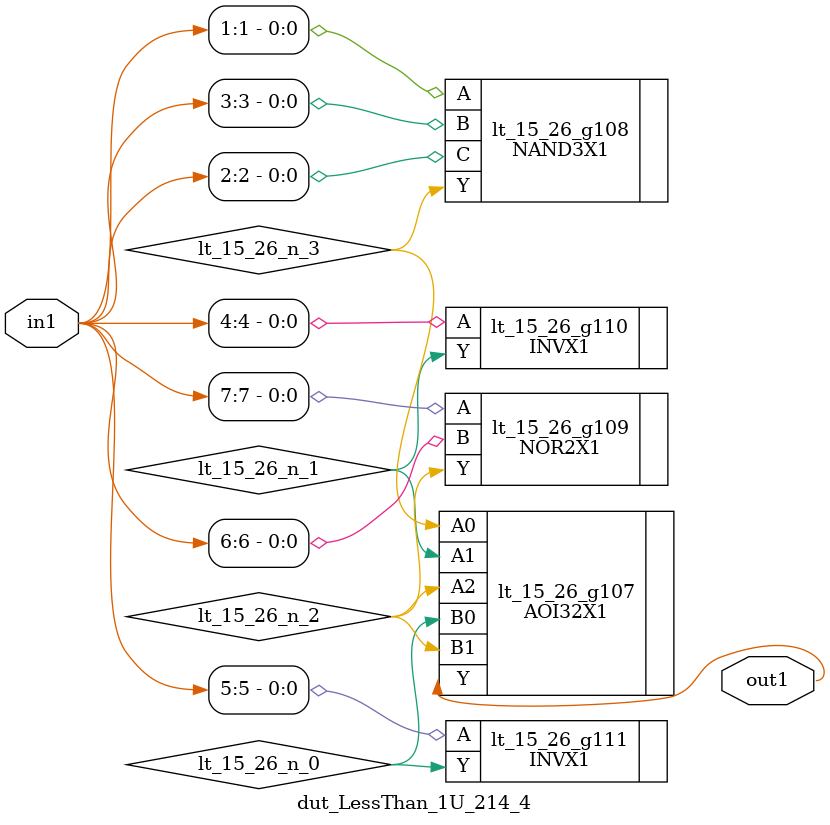
<source format=v>
`timescale 1ps / 1ps


module dut_LessThan_1U_214_4(in1, out1);
  input [7:0] in1;
  output out1;
  wire [7:0] in1;
  wire out1;
  wire lt_15_26_n_0, lt_15_26_n_1, lt_15_26_n_2, lt_15_26_n_3;
  AOI32X1 lt_15_26_g107(.A0 (lt_15_26_n_3), .A1 (lt_15_26_n_1), .A2
       (lt_15_26_n_2), .B0 (lt_15_26_n_0), .B1 (lt_15_26_n_2), .Y
       (out1));
  NAND3X1 lt_15_26_g108(.A (in1[1]), .B (in1[3]), .C (in1[2]), .Y
       (lt_15_26_n_3));
  NOR2X1 lt_15_26_g109(.A (in1[7]), .B (in1[6]), .Y (lt_15_26_n_2));
  INVX1 lt_15_26_g110(.A (in1[4]), .Y (lt_15_26_n_1));
  INVX1 lt_15_26_g111(.A (in1[5]), .Y (lt_15_26_n_0));
endmodule



</source>
